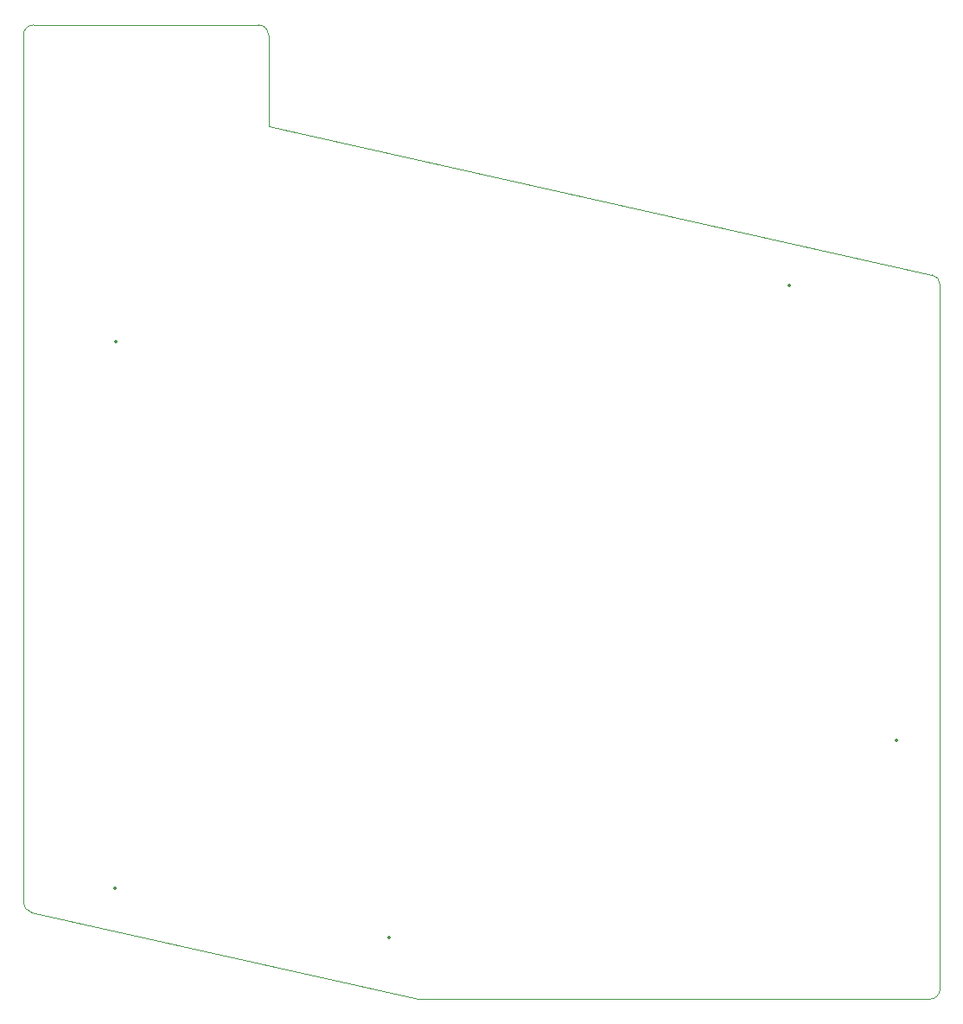
<source format=gbr>
%TF.GenerationSoftware,KiCad,Pcbnew,(6.0.6)*%
%TF.CreationDate,2022-11-27T23:57:51+09:00*%
%TF.ProjectId,split-mini__bottom,73706c69-742d-46d6-996e-695f5f626f74,rev?*%
%TF.SameCoordinates,Original*%
%TF.FileFunction,Copper,L1,Top*%
%TF.FilePolarity,Positive*%
%FSLAX46Y46*%
G04 Gerber Fmt 4.6, Leading zero omitted, Abs format (unit mm)*
G04 Created by KiCad (PCBNEW (6.0.6)) date 2022-11-27 23:57:51*
%MOMM*%
%LPD*%
G01*
G04 APERTURE LIST*
%TA.AperFunction,Profile*%
%ADD10C,0.100000*%
%TD*%
%ADD11C,0.350000*%
G04 APERTURE END LIST*
D10*
X113700000Y-47980000D02*
X48706692Y-33440758D01*
X114481692Y-117888869D02*
X114481692Y-48955880D01*
X25706692Y-23513892D02*
G75*
G03*
X24706692Y-24513869I8J-1000008D01*
G01*
X113481692Y-118888892D02*
G75*
G03*
X114481692Y-117888869I8J999992D01*
G01*
X114481737Y-48955880D02*
G75*
G03*
X113700000Y-47980000I-1000137J-120D01*
G01*
X63592178Y-118888869D02*
X113481692Y-118888869D01*
X25488384Y-110389626D02*
X63373870Y-118864748D01*
X63373868Y-118864755D02*
G75*
G03*
X63592178Y-118888869I218232J975455D01*
G01*
X24706692Y-24513869D02*
X24706692Y-109413746D01*
X24706653Y-109413746D02*
G75*
G03*
X25488384Y-110389626I1000047J46D01*
G01*
X47706692Y-23513869D02*
X25706692Y-23513869D01*
X48706731Y-24513869D02*
G75*
G03*
X47706692Y-23513869I-1000031J-31D01*
G01*
X48706692Y-24513869D02*
X48706692Y-33440758D01*
D11*
X99710000Y-49060000D03*
X60480000Y-112870000D03*
X33690000Y-108030000D03*
X110200000Y-93560000D03*
X33730000Y-54530000D03*
M02*

</source>
